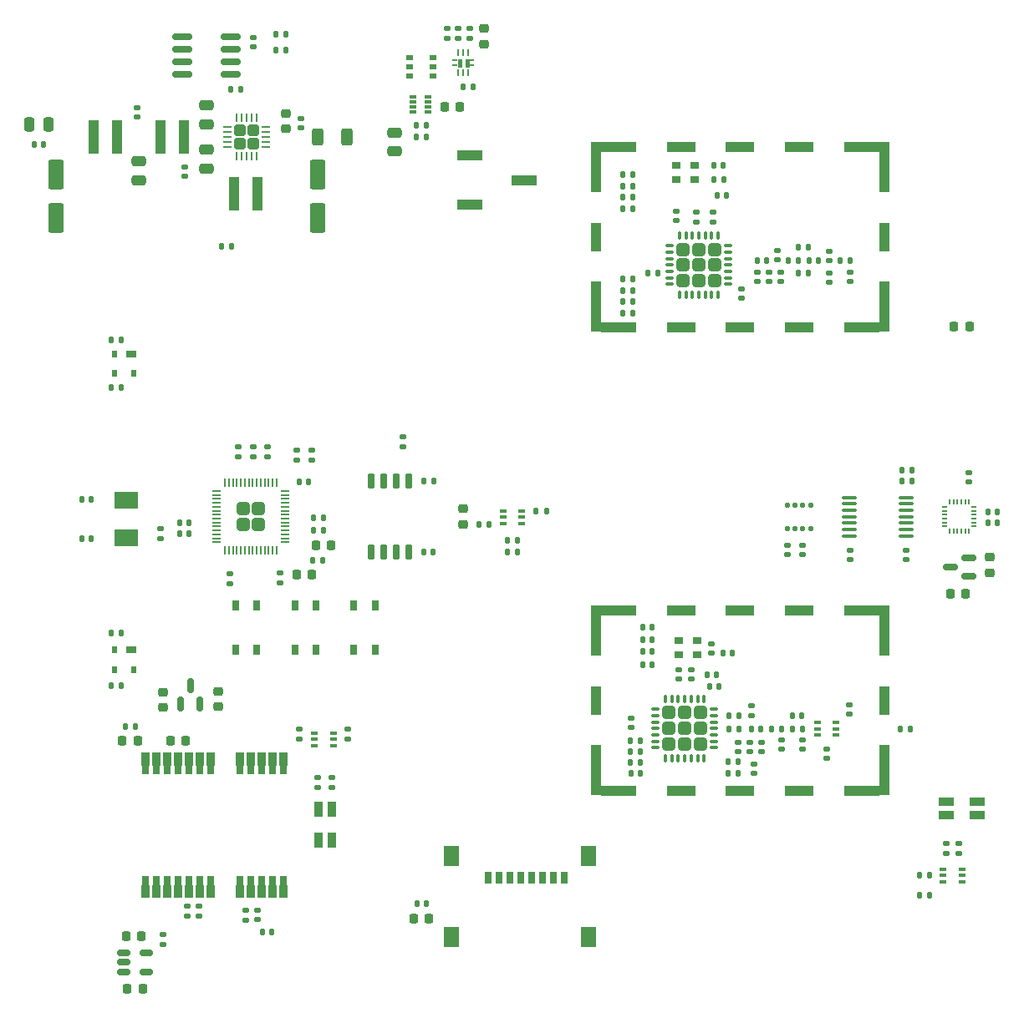
<source format=gtp>
%TF.GenerationSoftware,KiCad,Pcbnew,(6.0.7-1)-1*%
%TF.CreationDate,2023-02-28T10:44:53-05:00*%
%TF.ProjectId,HABBoard,48414242-6f61-4726-942e-6b696361645f,rev?*%
%TF.SameCoordinates,Original*%
%TF.FileFunction,Paste,Top*%
%TF.FilePolarity,Positive*%
%FSLAX46Y46*%
G04 Gerber Fmt 4.6, Leading zero omitted, Abs format (unit mm)*
G04 Created by KiCad (PCBNEW (6.0.7-1)-1) date 2023-02-28 10:44:53*
%MOMM*%
%LPD*%
G01*
G04 APERTURE LIST*
G04 Aperture macros list*
%AMRoundRect*
0 Rectangle with rounded corners*
0 $1 Rounding radius*
0 $2 $3 $4 $5 $6 $7 $8 $9 X,Y pos of 4 corners*
0 Add a 4 corners polygon primitive as box body*
4,1,4,$2,$3,$4,$5,$6,$7,$8,$9,$2,$3,0*
0 Add four circle primitives for the rounded corners*
1,1,$1+$1,$2,$3*
1,1,$1+$1,$4,$5*
1,1,$1+$1,$6,$7*
1,1,$1+$1,$8,$9*
0 Add four rect primitives between the rounded corners*
20,1,$1+$1,$2,$3,$4,$5,0*
20,1,$1+$1,$4,$5,$6,$7,0*
20,1,$1+$1,$6,$7,$8,$9,0*
20,1,$1+$1,$8,$9,$2,$3,0*%
G04 Aperture macros list end*
%ADD10C,0.010000*%
%ADD11C,0.100000*%
%ADD12R,0.700000X1.000000*%
%ADD13RoundRect,0.140000X-0.140000X-0.170000X0.140000X-0.170000X0.140000X0.170000X-0.140000X0.170000X0*%
%ADD14RoundRect,0.140000X0.170000X-0.140000X0.170000X0.140000X-0.170000X0.140000X-0.170000X-0.140000X0*%
%ADD15RoundRect,0.140000X-0.170000X0.140000X-0.170000X-0.140000X0.170000X-0.140000X0.170000X0.140000X0*%
%ADD16RoundRect,0.135000X0.185000X-0.135000X0.185000X0.135000X-0.185000X0.135000X-0.185000X-0.135000X0*%
%ADD17RoundRect,0.135000X0.135000X0.185000X-0.135000X0.185000X-0.135000X-0.185000X0.135000X-0.185000X0*%
%ADD18RoundRect,0.075000X-0.312500X0.075000X-0.312500X-0.075000X0.312500X-0.075000X0.312500X0.075000X0*%
%ADD19RoundRect,0.075000X-0.075000X0.312500X-0.075000X-0.312500X0.075000X-0.312500X0.075000X0.312500X0*%
%ADD20RoundRect,0.249999X-0.395001X0.395001X-0.395001X-0.395001X0.395001X-0.395001X0.395001X0.395001X0*%
%ADD21R,1.000000X0.700000*%
%ADD22R,0.600000X0.700000*%
%ADD23R,0.980000X3.400000*%
%ADD24RoundRect,0.147500X-0.147500X-0.172500X0.147500X-0.172500X0.147500X0.172500X-0.147500X0.172500X0*%
%ADD25RoundRect,0.135000X-0.135000X-0.185000X0.135000X-0.185000X0.135000X0.185000X-0.135000X0.185000X0*%
%ADD26RoundRect,0.050000X-0.387500X0.050000X-0.387500X-0.050000X0.387500X-0.050000X0.387500X0.050000X0*%
%ADD27RoundRect,0.050000X-0.050000X0.387500X-0.050000X-0.387500X0.050000X-0.387500X0.050000X0.387500X0*%
%ADD28RoundRect,0.012800X-0.317200X-0.147200X0.317200X-0.147200X0.317200X0.147200X-0.317200X0.147200X0*%
%ADD29RoundRect,0.225000X0.250000X-0.225000X0.250000X0.225000X-0.250000X0.225000X-0.250000X-0.225000X0*%
%ADD30R,0.900000X1.500000*%
%ADD31RoundRect,0.135000X-0.185000X0.135000X-0.185000X-0.135000X0.185000X-0.135000X0.185000X0.135000X0*%
%ADD32RoundRect,0.140000X0.140000X0.170000X-0.140000X0.170000X-0.140000X-0.170000X0.140000X-0.170000X0*%
%ADD33R,0.650000X0.400000*%
%ADD34RoundRect,0.250000X0.475000X-0.250000X0.475000X0.250000X-0.475000X0.250000X-0.475000X-0.250000X0*%
%ADD35RoundRect,0.100000X0.637500X0.100000X-0.637500X0.100000X-0.637500X-0.100000X0.637500X-0.100000X0*%
%ADD36RoundRect,0.250000X-0.475000X0.250000X-0.475000X-0.250000X0.475000X-0.250000X0.475000X0.250000X0*%
%ADD37R,2.400000X1.800000*%
%ADD38RoundRect,0.250000X-0.312500X-0.625000X0.312500X-0.625000X0.312500X0.625000X-0.312500X0.625000X0*%
%ADD39RoundRect,0.062500X0.337500X-0.062500X0.337500X0.062500X-0.337500X0.062500X-0.337500X-0.062500X0*%
%ADD40RoundRect,0.062500X0.062500X-0.337500X0.062500X0.337500X-0.062500X0.337500X-0.062500X-0.337500X0*%
%ADD41RoundRect,0.250000X0.335000X-0.335000X0.335000X0.335000X-0.335000X0.335000X-0.335000X-0.335000X0*%
%ADD42RoundRect,0.225000X-0.225000X-0.250000X0.225000X-0.250000X0.225000X0.250000X-0.225000X0.250000X0*%
%ADD43RoundRect,0.150000X-0.512500X-0.150000X0.512500X-0.150000X0.512500X0.150000X-0.512500X0.150000X0*%
%ADD44R,1.500000X0.900000*%
%ADD45RoundRect,0.225000X0.225000X0.250000X-0.225000X0.250000X-0.225000X-0.250000X0.225000X-0.250000X0*%
%ADD46RoundRect,0.050000X0.050000X-0.225000X0.050000X0.225000X-0.050000X0.225000X-0.050000X-0.225000X0*%
%ADD47RoundRect,0.050000X0.225000X0.050000X-0.225000X0.050000X-0.225000X-0.050000X0.225000X-0.050000X0*%
%ADD48RoundRect,0.225000X-0.250000X0.225000X-0.250000X-0.225000X0.250000X-0.225000X0.250000X0.225000X0*%
%ADD49RoundRect,0.150000X0.587500X0.150000X-0.587500X0.150000X-0.587500X-0.150000X0.587500X-0.150000X0*%
%ADD50RoundRect,0.218750X0.256250X-0.218750X0.256250X0.218750X-0.256250X0.218750X-0.256250X-0.218750X0*%
%ADD51RoundRect,0.125000X-0.125000X-0.137500X0.125000X-0.137500X0.125000X0.137500X-0.125000X0.137500X0*%
%ADD52R,2.500000X1.000000*%
%ADD53R,0.558800X0.254000*%
%ADD54R,0.254000X0.711200*%
%ADD55R,0.800000X1.200000*%
%ADD56R,1.500000X2.000000*%
%ADD57RoundRect,0.250000X-0.550000X1.250000X-0.550000X-1.250000X0.550000X-1.250000X0.550000X1.250000X0*%
%ADD58R,0.700000X0.510000*%
%ADD59R,0.900000X0.800000*%
%ADD60R,0.990000X5.140000*%
%ADD61R,0.990000X3.000000*%
%ADD62R,3.590000X0.990000*%
%ADD63R,3.000000X0.990000*%
%ADD64R,2.990000X0.990000*%
%ADD65RoundRect,0.150000X0.150000X-0.587500X0.150000X0.587500X-0.150000X0.587500X-0.150000X-0.587500X0*%
%ADD66RoundRect,0.250000X0.250000X0.475000X-0.250000X0.475000X-0.250000X-0.475000X0.250000X-0.475000X0*%
%ADD67RoundRect,0.218750X-0.218750X-0.256250X0.218750X-0.256250X0.218750X0.256250X-0.218750X0.256250X0*%
%ADD68RoundRect,0.150000X-0.825000X-0.150000X0.825000X-0.150000X0.825000X0.150000X-0.825000X0.150000X0*%
%ADD69RoundRect,0.150000X-0.150000X0.650000X-0.150000X-0.650000X0.150000X-0.650000X0.150000X0.650000X0*%
G04 APERTURE END LIST*
%TO.C,U3*%
G36*
X45050000Y-100650000D02*
G01*
X44950000Y-100650000D01*
X44950000Y-101550000D01*
X44350000Y-101550000D01*
X44350000Y-100650000D01*
X44250000Y-100650000D01*
X44250000Y-99450000D01*
X45050000Y-99450000D01*
X45050000Y-100650000D01*
G37*
D10*
X45050000Y-100650000D02*
X44950000Y-100650000D01*
X44950000Y-101550000D01*
X44350000Y-101550000D01*
X44350000Y-100650000D01*
X44250000Y-100650000D01*
X44250000Y-99450000D01*
X45050000Y-99450000D01*
X45050000Y-100650000D01*
G36*
X40550000Y-112850000D02*
G01*
X40650000Y-112850000D01*
X40650000Y-114050000D01*
X39850000Y-114050000D01*
X39850000Y-112850000D01*
X39950000Y-112850000D01*
X39950000Y-111950000D01*
X40550000Y-111950000D01*
X40550000Y-112850000D01*
G37*
X40550000Y-112850000D02*
X40650000Y-112850000D01*
X40650000Y-114050000D01*
X39850000Y-114050000D01*
X39850000Y-112850000D01*
X39950000Y-112850000D01*
X39950000Y-111950000D01*
X40550000Y-111950000D01*
X40550000Y-112850000D01*
G36*
X50250000Y-100650000D02*
G01*
X50150000Y-100650000D01*
X50150000Y-101550000D01*
X49550000Y-101550000D01*
X49550000Y-100650000D01*
X49450000Y-100650000D01*
X49450000Y-99450000D01*
X50250000Y-99450000D01*
X50250000Y-100650000D01*
G37*
X50250000Y-100650000D02*
X50150000Y-100650000D01*
X50150000Y-101550000D01*
X49550000Y-101550000D01*
X49550000Y-100650000D01*
X49450000Y-100650000D01*
X49450000Y-99450000D01*
X50250000Y-99450000D01*
X50250000Y-100650000D01*
G36*
X50150000Y-112850000D02*
G01*
X50250000Y-112850000D01*
X50250000Y-114050000D01*
X49450000Y-114050000D01*
X49450000Y-112850000D01*
X49550000Y-112850000D01*
X49550000Y-111950000D01*
X50150000Y-111950000D01*
X50150000Y-112850000D01*
G37*
X50150000Y-112850000D02*
X50250000Y-112850000D01*
X50250000Y-114050000D01*
X49450000Y-114050000D01*
X49450000Y-112850000D01*
X49550000Y-112850000D01*
X49550000Y-111950000D01*
X50150000Y-111950000D01*
X50150000Y-112850000D01*
G36*
X47250000Y-100650000D02*
G01*
X47150000Y-100650000D01*
X47150000Y-101550000D01*
X46550000Y-101550000D01*
X46550000Y-100650000D01*
X46450000Y-100650000D01*
X46450000Y-99450000D01*
X47250000Y-99450000D01*
X47250000Y-100650000D01*
G37*
X47250000Y-100650000D02*
X47150000Y-100650000D01*
X47150000Y-101550000D01*
X46550000Y-101550000D01*
X46550000Y-100650000D01*
X46450000Y-100650000D01*
X46450000Y-99450000D01*
X47250000Y-99450000D01*
X47250000Y-100650000D01*
G36*
X41750000Y-100650000D02*
G01*
X41650000Y-100650000D01*
X41650000Y-101550000D01*
X41050000Y-101550000D01*
X41050000Y-100650000D01*
X40950000Y-100650000D01*
X40950000Y-99450000D01*
X41750000Y-99450000D01*
X41750000Y-100650000D01*
G37*
X41750000Y-100650000D02*
X41650000Y-100650000D01*
X41650000Y-101550000D01*
X41050000Y-101550000D01*
X41050000Y-100650000D01*
X40950000Y-100650000D01*
X40950000Y-99450000D01*
X41750000Y-99450000D01*
X41750000Y-100650000D01*
G36*
X43850000Y-112850000D02*
G01*
X43950000Y-112850000D01*
X43950000Y-114050000D01*
X43150000Y-114050000D01*
X43150000Y-112850000D01*
X43250000Y-112850000D01*
X43250000Y-111950000D01*
X43850000Y-111950000D01*
X43850000Y-112850000D01*
G37*
X43850000Y-112850000D02*
X43950000Y-112850000D01*
X43950000Y-114050000D01*
X43150000Y-114050000D01*
X43150000Y-112850000D01*
X43250000Y-112850000D01*
X43250000Y-111950000D01*
X43850000Y-111950000D01*
X43850000Y-112850000D01*
G36*
X51350000Y-100650000D02*
G01*
X51250000Y-100650000D01*
X51250000Y-101550000D01*
X50650000Y-101550000D01*
X50650000Y-100650000D01*
X50550000Y-100650000D01*
X50550000Y-99450000D01*
X51350000Y-99450000D01*
X51350000Y-100650000D01*
G37*
X51350000Y-100650000D02*
X51250000Y-100650000D01*
X51250000Y-101550000D01*
X50650000Y-101550000D01*
X50650000Y-100650000D01*
X50550000Y-100650000D01*
X50550000Y-99450000D01*
X51350000Y-99450000D01*
X51350000Y-100650000D01*
G36*
X43950000Y-100650000D02*
G01*
X43850000Y-100650000D01*
X43850000Y-101550000D01*
X43250000Y-101550000D01*
X43250000Y-100650000D01*
X43150000Y-100650000D01*
X43150000Y-99450000D01*
X43950000Y-99450000D01*
X43950000Y-100650000D01*
G37*
X43950000Y-100650000D02*
X43850000Y-100650000D01*
X43850000Y-101550000D01*
X43250000Y-101550000D01*
X43250000Y-100650000D01*
X43150000Y-100650000D01*
X43150000Y-99450000D01*
X43950000Y-99450000D01*
X43950000Y-100650000D01*
G36*
X53550000Y-100650000D02*
G01*
X53450000Y-100650000D01*
X53450000Y-101550000D01*
X52850000Y-101550000D01*
X52850000Y-100650000D01*
X52750000Y-100650000D01*
X52750000Y-99450000D01*
X53550000Y-99450000D01*
X53550000Y-100650000D01*
G37*
X53550000Y-100650000D02*
X53450000Y-100650000D01*
X53450000Y-101550000D01*
X52850000Y-101550000D01*
X52850000Y-100650000D01*
X52750000Y-100650000D01*
X52750000Y-99450000D01*
X53550000Y-99450000D01*
X53550000Y-100650000D01*
G36*
X42850000Y-100650000D02*
G01*
X42750000Y-100650000D01*
X42750000Y-101550000D01*
X42150000Y-101550000D01*
X42150000Y-100650000D01*
X42050000Y-100650000D01*
X42050000Y-99450000D01*
X42850000Y-99450000D01*
X42850000Y-100650000D01*
G37*
X42850000Y-100650000D02*
X42750000Y-100650000D01*
X42750000Y-101550000D01*
X42150000Y-101550000D01*
X42150000Y-100650000D01*
X42050000Y-100650000D01*
X42050000Y-99450000D01*
X42850000Y-99450000D01*
X42850000Y-100650000D01*
G36*
X47150000Y-112850000D02*
G01*
X47250000Y-112850000D01*
X47250000Y-114050000D01*
X46450000Y-114050000D01*
X46450000Y-112850000D01*
X46550000Y-112850000D01*
X46550000Y-111950000D01*
X47150000Y-111950000D01*
X47150000Y-112850000D01*
G37*
X47150000Y-112850000D02*
X47250000Y-112850000D01*
X47250000Y-114050000D01*
X46450000Y-114050000D01*
X46450000Y-112850000D01*
X46550000Y-112850000D01*
X46550000Y-111950000D01*
X47150000Y-111950000D01*
X47150000Y-112850000D01*
G36*
X52450000Y-100650000D02*
G01*
X52350000Y-100650000D01*
X52350000Y-101550000D01*
X51750000Y-101550000D01*
X51750000Y-100650000D01*
X51650000Y-100650000D01*
X51650000Y-99450000D01*
X52450000Y-99450000D01*
X52450000Y-100650000D01*
G37*
X52450000Y-100650000D02*
X52350000Y-100650000D01*
X52350000Y-101550000D01*
X51750000Y-101550000D01*
X51750000Y-100650000D01*
X51650000Y-100650000D01*
X51650000Y-99450000D01*
X52450000Y-99450000D01*
X52450000Y-100650000D01*
G36*
X42750000Y-112850000D02*
G01*
X42850000Y-112850000D01*
X42850000Y-114050000D01*
X42050000Y-114050000D01*
X42050000Y-112850000D01*
X42150000Y-112850000D01*
X42150000Y-111950000D01*
X42750000Y-111950000D01*
X42750000Y-112850000D01*
G37*
X42750000Y-112850000D02*
X42850000Y-112850000D01*
X42850000Y-114050000D01*
X42050000Y-114050000D01*
X42050000Y-112850000D01*
X42150000Y-112850000D01*
X42150000Y-111950000D01*
X42750000Y-111950000D01*
X42750000Y-112850000D01*
G36*
X53450000Y-112850000D02*
G01*
X53550000Y-112850000D01*
X53550000Y-114050000D01*
X52750000Y-114050000D01*
X52750000Y-112850000D01*
X52850000Y-112850000D01*
X52850000Y-111950000D01*
X53450000Y-111950000D01*
X53450000Y-112850000D01*
G37*
X53450000Y-112850000D02*
X53550000Y-112850000D01*
X53550000Y-114050000D01*
X52750000Y-114050000D01*
X52750000Y-112850000D01*
X52850000Y-112850000D01*
X52850000Y-111950000D01*
X53450000Y-111950000D01*
X53450000Y-112850000D01*
G36*
X52350000Y-112850000D02*
G01*
X52450000Y-112850000D01*
X52450000Y-114050000D01*
X51650000Y-114050000D01*
X51650000Y-112850000D01*
X51750000Y-112850000D01*
X51750000Y-111950000D01*
X52350000Y-111950000D01*
X52350000Y-112850000D01*
G37*
X52350000Y-112850000D02*
X52450000Y-112850000D01*
X52450000Y-114050000D01*
X51650000Y-114050000D01*
X51650000Y-112850000D01*
X51750000Y-112850000D01*
X51750000Y-111950000D01*
X52350000Y-111950000D01*
X52350000Y-112850000D01*
G36*
X46150000Y-100650000D02*
G01*
X46050000Y-100650000D01*
X46050000Y-101550000D01*
X45450000Y-101550000D01*
X45450000Y-100650000D01*
X45350000Y-100650000D01*
X45350000Y-99450000D01*
X46150000Y-99450000D01*
X46150000Y-100650000D01*
G37*
X46150000Y-100650000D02*
X46050000Y-100650000D01*
X46050000Y-101550000D01*
X45450000Y-101550000D01*
X45450000Y-100650000D01*
X45350000Y-100650000D01*
X45350000Y-99450000D01*
X46150000Y-99450000D01*
X46150000Y-100650000D01*
G36*
X40650000Y-100650000D02*
G01*
X40550000Y-100650000D01*
X40550000Y-101550000D01*
X39950000Y-101550000D01*
X39950000Y-100650000D01*
X39850000Y-100650000D01*
X39850000Y-99450000D01*
X40650000Y-99450000D01*
X40650000Y-100650000D01*
G37*
X40650000Y-100650000D02*
X40550000Y-100650000D01*
X40550000Y-101550000D01*
X39950000Y-101550000D01*
X39950000Y-100650000D01*
X39850000Y-100650000D01*
X39850000Y-99450000D01*
X40650000Y-99450000D01*
X40650000Y-100650000D01*
G36*
X46050000Y-112850000D02*
G01*
X46150000Y-112850000D01*
X46150000Y-114050000D01*
X45350000Y-114050000D01*
X45350000Y-112850000D01*
X45450000Y-112850000D01*
X45450000Y-111950000D01*
X46050000Y-111950000D01*
X46050000Y-112850000D01*
G37*
X46050000Y-112850000D02*
X46150000Y-112850000D01*
X46150000Y-114050000D01*
X45350000Y-114050000D01*
X45350000Y-112850000D01*
X45450000Y-112850000D01*
X45450000Y-111950000D01*
X46050000Y-111950000D01*
X46050000Y-112850000D01*
G36*
X54550000Y-112850000D02*
G01*
X54650000Y-112850000D01*
X54650000Y-114050000D01*
X53850000Y-114050000D01*
X53850000Y-112850000D01*
X53950000Y-112850000D01*
X53950000Y-111950000D01*
X54550000Y-111950000D01*
X54550000Y-112850000D01*
G37*
X54550000Y-112850000D02*
X54650000Y-112850000D01*
X54650000Y-114050000D01*
X53850000Y-114050000D01*
X53850000Y-112850000D01*
X53950000Y-112850000D01*
X53950000Y-111950000D01*
X54550000Y-111950000D01*
X54550000Y-112850000D01*
G36*
X51250000Y-112850000D02*
G01*
X51350000Y-112850000D01*
X51350000Y-114050000D01*
X50550000Y-114050000D01*
X50550000Y-112850000D01*
X50650000Y-112850000D01*
X50650000Y-111950000D01*
X51250000Y-111950000D01*
X51250000Y-112850000D01*
G37*
X51250000Y-112850000D02*
X51350000Y-112850000D01*
X51350000Y-114050000D01*
X50550000Y-114050000D01*
X50550000Y-112850000D01*
X50650000Y-112850000D01*
X50650000Y-111950000D01*
X51250000Y-111950000D01*
X51250000Y-112850000D01*
G36*
X44950000Y-112850000D02*
G01*
X45050000Y-112850000D01*
X45050000Y-114050000D01*
X44250000Y-114050000D01*
X44250000Y-112850000D01*
X44350000Y-112850000D01*
X44350000Y-111950000D01*
X44950000Y-111950000D01*
X44950000Y-112850000D01*
G37*
X44950000Y-112850000D02*
X45050000Y-112850000D01*
X45050000Y-114050000D01*
X44250000Y-114050000D01*
X44250000Y-112850000D01*
X44350000Y-112850000D01*
X44350000Y-111950000D01*
X44950000Y-111950000D01*
X44950000Y-112850000D01*
G36*
X41650000Y-112850000D02*
G01*
X41750000Y-112850000D01*
X41750000Y-114050000D01*
X40950000Y-114050000D01*
X40950000Y-112850000D01*
X41050000Y-112850000D01*
X41050000Y-111950000D01*
X41650000Y-111950000D01*
X41650000Y-112850000D01*
G37*
X41650000Y-112850000D02*
X41750000Y-112850000D01*
X41750000Y-114050000D01*
X40950000Y-114050000D01*
X40950000Y-112850000D01*
X41050000Y-112850000D01*
X41050000Y-111950000D01*
X41650000Y-111950000D01*
X41650000Y-112850000D01*
G36*
X54650000Y-100650000D02*
G01*
X54550000Y-100650000D01*
X54550000Y-101550000D01*
X53950000Y-101550000D01*
X53950000Y-100650000D01*
X53850000Y-100650000D01*
X53850000Y-99450000D01*
X54650000Y-99450000D01*
X54650000Y-100650000D01*
G37*
X54650000Y-100650000D02*
X54550000Y-100650000D01*
X54550000Y-101550000D01*
X53950000Y-101550000D01*
X53950000Y-100650000D01*
X53850000Y-100650000D01*
X53850000Y-99450000D01*
X54650000Y-99450000D01*
X54650000Y-100650000D01*
%TO.C,U12*%
G36*
X72299600Y-29877063D02*
G01*
X71958400Y-29877063D01*
X71958400Y-29122937D01*
X72299600Y-29122937D01*
X72299600Y-29877063D01*
G37*
D11*
X72299600Y-29877063D02*
X71958400Y-29877063D01*
X71958400Y-29122937D01*
X72299600Y-29122937D01*
X72299600Y-29877063D01*
G36*
X73041600Y-29877063D02*
G01*
X72700400Y-29877063D01*
X72700400Y-29122937D01*
X73041600Y-29122937D01*
X73041600Y-29877063D01*
G37*
X73041600Y-29877063D02*
X72700400Y-29877063D01*
X72700400Y-29122937D01*
X73041600Y-29122937D01*
X73041600Y-29877063D01*
%TD*%
D12*
%TO.C,SW1*%
X49425000Y-89000000D03*
X49425000Y-84500000D03*
X51575000Y-89000000D03*
X51575000Y-84500000D03*
%TD*%
%TO.C,SW2*%
X55425000Y-89000000D03*
X55425000Y-84500000D03*
X57575000Y-89000000D03*
X57575000Y-84500000D03*
%TD*%
D13*
%TO.C,C37*%
X97895000Y-39850000D03*
X98855000Y-39850000D03*
%TD*%
%TO.C,C77*%
X105455000Y-49500000D03*
X106415000Y-49500000D03*
%TD*%
%TO.C,C25*%
X98195000Y-42925000D03*
X99155000Y-42925000D03*
%TD*%
D14*
%TO.C,C28*%
X96115000Y-45630000D03*
X96115000Y-44670000D03*
%TD*%
%TO.C,C19*%
X89515000Y-96895000D03*
X89515000Y-95935000D03*
%TD*%
D15*
%TO.C,C83*%
X109585000Y-48570000D03*
X109585000Y-49530000D03*
%TD*%
D16*
%TO.C,R10*%
X51250000Y-69435000D03*
X51250000Y-68415000D03*
%TD*%
D17*
%TO.C,R26*%
X80910000Y-74925000D03*
X79890000Y-74925000D03*
%TD*%
D13*
%TO.C,C63*%
X33890000Y-77750000D03*
X34850000Y-77750000D03*
%TD*%
D18*
%TO.C,U10*%
X97922500Y-95035000D03*
X97922500Y-95685000D03*
X97922500Y-96335000D03*
X97922500Y-96985000D03*
X97922500Y-97635000D03*
X97922500Y-98285000D03*
X97922500Y-98935000D03*
D19*
X96885000Y-99972500D03*
X96235000Y-99972500D03*
X95585000Y-99972500D03*
X94935000Y-99972500D03*
X94285000Y-99972500D03*
X93635000Y-99972500D03*
X92985000Y-99972500D03*
D18*
X91947500Y-98935000D03*
X91947500Y-98285000D03*
X91947500Y-97635000D03*
X91947500Y-96985000D03*
X91947500Y-96335000D03*
X91947500Y-95685000D03*
X91947500Y-95035000D03*
D19*
X92985000Y-93997500D03*
X93635000Y-93997500D03*
X94285000Y-93997500D03*
X94935000Y-93997500D03*
X95585000Y-93997500D03*
X96235000Y-93997500D03*
X96885000Y-93997500D03*
D20*
X94935000Y-96985000D03*
X94935000Y-98585000D03*
X93335000Y-96985000D03*
X96535000Y-95385000D03*
X93335000Y-95385000D03*
X96535000Y-96985000D03*
X94935000Y-95385000D03*
X96535000Y-98585000D03*
X93335000Y-98585000D03*
%TD*%
D21*
%TO.C,D1*%
X38900000Y-59000000D03*
D22*
X37200000Y-59000000D03*
X37200000Y-61000000D03*
X39100000Y-61000000D03*
%TD*%
D14*
%TO.C,C29*%
X97815000Y-45630000D03*
X97815000Y-44670000D03*
%TD*%
D17*
%TO.C,R31*%
X54560000Y-28200000D03*
X53540000Y-28200000D03*
%TD*%
%TO.C,R23*%
X78010000Y-77900000D03*
X76990000Y-77900000D03*
%TD*%
D23*
%TO.C,L3*%
X37435000Y-37000000D03*
X35065000Y-37000000D03*
%TD*%
D14*
%TO.C,C30*%
X56050000Y-36080000D03*
X56050000Y-35120000D03*
%TD*%
D24*
%TO.C,FB11*%
X88665000Y-51400000D03*
X89635000Y-51400000D03*
%TD*%
D25*
%TO.C,R11*%
X116940000Y-71900000D03*
X117960000Y-71900000D03*
%TD*%
D24*
%TO.C,L9*%
X99450000Y-97035000D03*
X100420000Y-97035000D03*
%TD*%
%TO.C,FB15*%
X88680000Y-40825000D03*
X89650000Y-40825000D03*
%TD*%
D13*
%TO.C,C15*%
X125620000Y-75025000D03*
X126580000Y-75025000D03*
%TD*%
D26*
%TO.C,U5*%
X54417500Y-72900000D03*
X54417500Y-73300000D03*
X54417500Y-73700000D03*
X54417500Y-74100000D03*
X54417500Y-74500000D03*
X54417500Y-74900000D03*
X54417500Y-75300000D03*
X54417500Y-75700000D03*
X54417500Y-76100000D03*
X54417500Y-76500000D03*
X54417500Y-76900000D03*
X54417500Y-77300000D03*
X54417500Y-77700000D03*
X54417500Y-78100000D03*
D27*
X53580000Y-78937500D03*
X53180000Y-78937500D03*
X52780000Y-78937500D03*
X52380000Y-78937500D03*
X51980000Y-78937500D03*
X51580000Y-78937500D03*
X51180000Y-78937500D03*
X50780000Y-78937500D03*
X50380000Y-78937500D03*
X49980000Y-78937500D03*
X49580000Y-78937500D03*
X49180000Y-78937500D03*
X48780000Y-78937500D03*
X48380000Y-78937500D03*
D26*
X47542500Y-78100000D03*
X47542500Y-77700000D03*
X47542500Y-77300000D03*
X47542500Y-76900000D03*
X47542500Y-76500000D03*
X47542500Y-76100000D03*
X47542500Y-75700000D03*
X47542500Y-75300000D03*
X47542500Y-74900000D03*
X47542500Y-74500000D03*
X47542500Y-74100000D03*
X47542500Y-73700000D03*
X47542500Y-73300000D03*
X47542500Y-72900000D03*
D27*
X48380000Y-72062500D03*
X48780000Y-72062500D03*
X49180000Y-72062500D03*
X49580000Y-72062500D03*
X49980000Y-72062500D03*
X50380000Y-72062500D03*
X50780000Y-72062500D03*
X51180000Y-72062500D03*
X51580000Y-72062500D03*
X51980000Y-72062500D03*
X52380000Y-72062500D03*
X52780000Y-72062500D03*
X53180000Y-72062500D03*
X53580000Y-72062500D03*
D20*
X50180000Y-74700000D03*
X51780000Y-76300000D03*
X51780000Y-74700000D03*
X50180000Y-76300000D03*
%TD*%
D28*
%TO.C,U15*%
X67445000Y-32950000D03*
X67445000Y-33450000D03*
X67445000Y-33950000D03*
X67445000Y-34450000D03*
X68915000Y-34450000D03*
X68915000Y-33950000D03*
X68915000Y-33450000D03*
X68915000Y-32950000D03*
%TD*%
D14*
%TO.C,C78*%
X101985000Y-101515000D03*
X101985000Y-100555000D03*
%TD*%
D15*
%TO.C,C75*%
X100335000Y-98355000D03*
X100335000Y-99315000D03*
%TD*%
D29*
%TO.C,C54*%
X74575000Y-27575000D03*
X74575000Y-26025000D03*
%TD*%
D13*
%TO.C,C9*%
X68470000Y-79100000D03*
X69430000Y-79100000D03*
%TD*%
D17*
%TO.C,R1*%
X37885000Y-92600000D03*
X36865000Y-92600000D03*
%TD*%
D14*
%TO.C,C6*%
X49670000Y-69420000D03*
X49670000Y-68460000D03*
%TD*%
D30*
%TO.C,D3*%
X59200000Y-108300000D03*
X57800000Y-108300000D03*
X59200000Y-105200000D03*
X57800000Y-105200000D03*
%TD*%
D16*
%TO.C,R16*%
X60800000Y-98085000D03*
X60800000Y-97065000D03*
%TD*%
D24*
%TO.C,FB7*%
X90690000Y-86695000D03*
X91660000Y-86695000D03*
%TD*%
D15*
%TO.C,C82*%
X104735000Y-98135000D03*
X104735000Y-99095000D03*
%TD*%
D13*
%TO.C,C62*%
X33890000Y-73750000D03*
X34850000Y-73750000D03*
%TD*%
D31*
%TO.C,R35*%
X73125000Y-26015000D03*
X73125000Y-27035000D03*
%TD*%
D32*
%TO.C,C33*%
X29980000Y-37750000D03*
X29020000Y-37750000D03*
%TD*%
D33*
%TO.C,Q2*%
X123025000Y-112525000D03*
X123025000Y-111875000D03*
X123025000Y-111225000D03*
X121125000Y-111225000D03*
X121125000Y-111875000D03*
X121125000Y-112525000D03*
%TD*%
D34*
%TO.C,C57*%
X46500000Y-35700000D03*
X46500000Y-33800000D03*
%TD*%
D24*
%TO.C,FB17*%
X88665000Y-43125000D03*
X89635000Y-43125000D03*
%TD*%
D35*
%TO.C,U7*%
X111637500Y-77450000D03*
X111637500Y-76800000D03*
X111637500Y-76150000D03*
X111637500Y-75500000D03*
X111637500Y-74850000D03*
X111637500Y-74200000D03*
X111637500Y-73550000D03*
X117362500Y-73550000D03*
X117362500Y-74200000D03*
X117362500Y-74850000D03*
X117362500Y-75500000D03*
X117362500Y-76150000D03*
X117362500Y-76800000D03*
X117362500Y-77450000D03*
%TD*%
D16*
%TO.C,R27*%
X42050000Y-118910000D03*
X42050000Y-117890000D03*
%TD*%
D25*
%TO.C,R4*%
X36865000Y-57575000D03*
X37885000Y-57575000D03*
%TD*%
D14*
%TO.C,C64*%
X104350000Y-49480000D03*
X104350000Y-48520000D03*
%TD*%
D36*
%TO.C,C58*%
X39625000Y-39475000D03*
X39625000Y-41375000D03*
%TD*%
D24*
%TO.C,FB16*%
X88680000Y-41975000D03*
X89650000Y-41975000D03*
%TD*%
D13*
%TO.C,C12*%
X57370000Y-76900000D03*
X58330000Y-76900000D03*
%TD*%
D16*
%TO.C,R29*%
X50450000Y-116410000D03*
X50450000Y-115390000D03*
%TD*%
D37*
%TO.C,Y3*%
X38350000Y-77650000D03*
X38350000Y-73850000D03*
%TD*%
D13*
%TO.C,C74*%
X116801250Y-97050000D03*
X117761250Y-97050000D03*
%TD*%
D14*
%TO.C,C23*%
X111635000Y-95515000D03*
X111635000Y-94555000D03*
%TD*%
D38*
%TO.C,R37*%
X57787500Y-37000000D03*
X60712500Y-37000000D03*
%TD*%
D39*
%TO.C,U14*%
X48625000Y-38000000D03*
X48625000Y-37500000D03*
X48625000Y-37000000D03*
X48625000Y-36500000D03*
X48625000Y-36000000D03*
D40*
X49575000Y-35050000D03*
X50075000Y-35050000D03*
X50575000Y-35050000D03*
X51075000Y-35050000D03*
X51575000Y-35050000D03*
D39*
X52525000Y-36000000D03*
X52525000Y-36500000D03*
X52525000Y-37000000D03*
X52525000Y-37500000D03*
X52525000Y-38000000D03*
D40*
X51575000Y-38950000D03*
X51075000Y-38950000D03*
X50575000Y-38950000D03*
X50075000Y-38950000D03*
X49575000Y-38950000D03*
D41*
X51250000Y-37675000D03*
X51250000Y-36325000D03*
X49900000Y-36325000D03*
X49900000Y-37675000D03*
%TD*%
D31*
%TO.C,R13*%
X66425000Y-67440000D03*
X66425000Y-68460000D03*
%TD*%
D42*
%TO.C,C53*%
X70625000Y-33950000D03*
X72175000Y-33950000D03*
%TD*%
D24*
%TO.C,FB12*%
X88665000Y-52550000D03*
X89635000Y-52550000D03*
%TD*%
D43*
%TO.C,U1*%
X38112500Y-119750000D03*
X38112500Y-120700000D03*
X38112500Y-121650000D03*
X40387500Y-121650000D03*
X40387500Y-119750000D03*
%TD*%
D24*
%TO.C,L13*%
X105850000Y-97015000D03*
X106820000Y-97015000D03*
%TD*%
D13*
%TO.C,C34*%
X48970000Y-32200000D03*
X49930000Y-32200000D03*
%TD*%
D32*
%TO.C,C71*%
X107415000Y-48200000D03*
X106455000Y-48200000D03*
%TD*%
D33*
%TO.C,Q3*%
X78450000Y-76225000D03*
X78450000Y-75575000D03*
X78450000Y-74925000D03*
X76550000Y-74925000D03*
X76550000Y-75575000D03*
X76550000Y-76225000D03*
%TD*%
D17*
%TO.C,R25*%
X75110000Y-76300000D03*
X74090000Y-76300000D03*
%TD*%
D24*
%TO.C,FB8*%
X90680000Y-87955000D03*
X91650000Y-87955000D03*
%TD*%
D31*
%TO.C,R33*%
X72000000Y-26015000D03*
X72000000Y-27035000D03*
%TD*%
D24*
%TO.C,L7*%
X107500000Y-49500000D03*
X108470000Y-49500000D03*
%TD*%
D15*
%TO.C,C67*%
X101535000Y-98355000D03*
X101535000Y-99315000D03*
%TD*%
D44*
%TO.C,D4*%
X121450000Y-105800000D03*
X121450000Y-104400000D03*
X124550000Y-105800000D03*
X124550000Y-104400000D03*
%TD*%
D32*
%TO.C,C24*%
X92180000Y-50850000D03*
X91220000Y-50850000D03*
%TD*%
D13*
%TO.C,C11*%
X55870000Y-72000000D03*
X56830000Y-72000000D03*
%TD*%
D45*
%TO.C,C44*%
X40025000Y-123400000D03*
X38475000Y-123400000D03*
%TD*%
D46*
%TO.C,U8*%
X121750000Y-77000000D03*
X122150000Y-77000000D03*
X122550000Y-77000000D03*
X122950000Y-77000000D03*
X123350000Y-77000000D03*
X123750000Y-77000000D03*
D47*
X124250000Y-76500000D03*
X124250000Y-76100000D03*
X124250000Y-75700000D03*
X124250000Y-75300000D03*
X124250000Y-74900000D03*
X124250000Y-74500000D03*
D46*
X123750000Y-74000000D03*
X123350000Y-74000000D03*
X122950000Y-74000000D03*
X122550000Y-74000000D03*
X122150000Y-74000000D03*
X121750000Y-74000000D03*
D47*
X121250000Y-74500000D03*
X121250000Y-74900000D03*
X121250000Y-75300000D03*
X121250000Y-75700000D03*
X121250000Y-76100000D03*
X121250000Y-76500000D03*
%TD*%
D13*
%TO.C,C21*%
X97165000Y-91555000D03*
X98125000Y-91555000D03*
%TD*%
D15*
%TO.C,C36*%
X105300000Y-78420000D03*
X105300000Y-79380000D03*
%TD*%
D24*
%TO.C,FB14*%
X88665000Y-54850000D03*
X89635000Y-54850000D03*
%TD*%
D48*
%TO.C,C51*%
X125800000Y-79625000D03*
X125800000Y-81175000D03*
%TD*%
D25*
%TO.C,R34*%
X72515000Y-31925000D03*
X73535000Y-31925000D03*
%TD*%
D15*
%TO.C,C5*%
X53950000Y-81220000D03*
X53950000Y-82180000D03*
%TD*%
D24*
%TO.C,FB5*%
X89460000Y-100385000D03*
X90430000Y-100385000D03*
%TD*%
%TO.C,L10*%
X102265000Y-49500000D03*
X103235000Y-49500000D03*
%TD*%
D15*
%TO.C,C17*%
X117400000Y-78920000D03*
X117400000Y-79880000D03*
%TD*%
D31*
%TO.C,R8*%
X45750000Y-114990000D03*
X45750000Y-116010000D03*
%TD*%
D24*
%TO.C,FB4*%
X89440000Y-99285000D03*
X90410000Y-99285000D03*
%TD*%
D15*
%TO.C,C38*%
X106900000Y-78420000D03*
X106900000Y-79380000D03*
%TD*%
%TO.C,C65*%
X111685000Y-50720000D03*
X111685000Y-51680000D03*
%TD*%
D16*
%TO.C,R5*%
X57150000Y-69810000D03*
X57150000Y-68790000D03*
%TD*%
D24*
%TO.C,FB13*%
X88665000Y-53700000D03*
X89635000Y-53700000D03*
%TD*%
D13*
%TO.C,C27*%
X97445000Y-92745000D03*
X98405000Y-92745000D03*
%TD*%
D49*
%TO.C,U9*%
X123687500Y-81550000D03*
X123687500Y-79650000D03*
X121812500Y-80600000D03*
%TD*%
D50*
%TO.C,D5*%
X72475000Y-74712500D03*
X72475000Y-76287500D03*
%TD*%
D51*
%TO.C,U6*%
X105300000Y-74312500D03*
X106100000Y-74312500D03*
X106900000Y-74312500D03*
X107700000Y-74312500D03*
X107700000Y-76687500D03*
X106900000Y-76687500D03*
X106100000Y-76687500D03*
X105300000Y-76687500D03*
%TD*%
D15*
%TO.C,C76*%
X103450000Y-50720000D03*
X103450000Y-51680000D03*
%TD*%
D14*
%TO.C,C32*%
X39500000Y-34980000D03*
X39500000Y-34020000D03*
%TD*%
D52*
%TO.C,SW4*%
X73150000Y-38900000D03*
X78650000Y-41400000D03*
X73150000Y-43900000D03*
%TD*%
D53*
%TO.C,U12*%
X73321000Y-29750063D03*
X73321000Y-29249937D03*
D54*
X73000126Y-28499999D03*
X72500000Y-28499999D03*
X71999874Y-28499999D03*
D53*
X71679000Y-29249937D03*
X71679000Y-29750063D03*
D54*
X71999874Y-30500001D03*
X72500000Y-30500001D03*
X73000126Y-30500001D03*
%TD*%
D24*
%TO.C,L5*%
X99450000Y-95685000D03*
X100420000Y-95685000D03*
%TD*%
D17*
%TO.C,R28*%
X68760000Y-37000000D03*
X67740000Y-37000000D03*
%TD*%
D12*
%TO.C,SW3*%
X63575000Y-84500000D03*
X63575000Y-89000000D03*
X61425000Y-84500000D03*
X61425000Y-89000000D03*
%TD*%
D24*
%TO.C,FB10*%
X90670000Y-90495000D03*
X91640000Y-90495000D03*
%TD*%
%TO.C,FB3*%
X89440000Y-98215000D03*
X90410000Y-98215000D03*
%TD*%
D14*
%TO.C,C73*%
X109335000Y-100015000D03*
X109335000Y-99055000D03*
%TD*%
D55*
%TO.C,J3*%
X75025000Y-112125000D03*
X76125000Y-112125000D03*
X77225000Y-112125000D03*
X78325000Y-112125000D03*
X79425000Y-112125000D03*
X80525000Y-112125000D03*
X81625000Y-112125000D03*
X82725000Y-112125000D03*
D56*
X85195000Y-109925000D03*
X85195000Y-118125000D03*
X71305000Y-118125000D03*
X71305000Y-109925000D03*
%TD*%
D17*
%TO.C,R3*%
X37885000Y-62375000D03*
X36865000Y-62375000D03*
%TD*%
D16*
%TO.C,R15*%
X55925000Y-98085000D03*
X55925000Y-97065000D03*
%TD*%
D25*
%TO.C,R30*%
X53540000Y-26600000D03*
X54560000Y-26600000D03*
%TD*%
D24*
%TO.C,FB9*%
X90670000Y-89205000D03*
X91640000Y-89205000D03*
%TD*%
%TO.C,L11*%
X99350000Y-101485000D03*
X100320000Y-101485000D03*
%TD*%
%TO.C,FB6*%
X89480000Y-101485000D03*
X90450000Y-101485000D03*
%TD*%
D15*
%TO.C,C69*%
X102735000Y-98355000D03*
X102735000Y-99315000D03*
%TD*%
D13*
%TO.C,C80*%
X101655000Y-97015000D03*
X102615000Y-97015000D03*
%TD*%
D18*
%TO.C,U11*%
X99352500Y-48050000D03*
X99352500Y-48700000D03*
X99352500Y-49350000D03*
X99352500Y-50000000D03*
X99352500Y-50650000D03*
X99352500Y-51300000D03*
X99352500Y-51950000D03*
D19*
X98315000Y-52987500D03*
X97665000Y-52987500D03*
X97015000Y-52987500D03*
X96365000Y-52987500D03*
X95715000Y-52987500D03*
X95065000Y-52987500D03*
X94415000Y-52987500D03*
D18*
X93377500Y-51950000D03*
X93377500Y-51300000D03*
X93377500Y-50650000D03*
X93377500Y-50000000D03*
X93377500Y-49350000D03*
X93377500Y-48700000D03*
X93377500Y-48050000D03*
D19*
X94415000Y-47012500D03*
X95065000Y-47012500D03*
X95715000Y-47012500D03*
X96365000Y-47012500D03*
X97015000Y-47012500D03*
X97665000Y-47012500D03*
X98315000Y-47012500D03*
D20*
X96365000Y-48400000D03*
X97965000Y-51600000D03*
X94765000Y-48400000D03*
X94765000Y-50000000D03*
X96365000Y-51600000D03*
X97965000Y-48400000D03*
X97965000Y-50000000D03*
X94765000Y-51600000D03*
X96365000Y-50000000D03*
%TD*%
D33*
%TO.C,Q1*%
X59325000Y-98725000D03*
X59325000Y-98075000D03*
X59325000Y-97425000D03*
X57425000Y-97425000D03*
X57425000Y-98075000D03*
X57425000Y-98725000D03*
%TD*%
D29*
%TO.C,C52*%
X54500000Y-36175000D03*
X54500000Y-34625000D03*
%TD*%
D24*
%TO.C,L8*%
X110700000Y-49500000D03*
X111670000Y-49500000D03*
%TD*%
D32*
%TO.C,C14*%
X44730000Y-77200000D03*
X43770000Y-77200000D03*
%TD*%
D14*
%TO.C,C81*%
X101685000Y-95665000D03*
X101685000Y-94705000D03*
%TD*%
D13*
%TO.C,C16*%
X125620000Y-76100000D03*
X126580000Y-76100000D03*
%TD*%
D16*
%TO.C,R9*%
X52650000Y-69435000D03*
X52650000Y-68415000D03*
%TD*%
D31*
%TO.C,R7*%
X44550000Y-114990000D03*
X44550000Y-116010000D03*
%TD*%
D25*
%TO.C,R32*%
X68490000Y-71900000D03*
X69510000Y-71900000D03*
%TD*%
D32*
%TO.C,C8*%
X44730000Y-76125000D03*
X43770000Y-76125000D03*
%TD*%
D33*
%TO.C,U13*%
X108385000Y-96365000D03*
X108385000Y-97015000D03*
X108385000Y-97665000D03*
X110285000Y-97665000D03*
X110285000Y-97015000D03*
X110285000Y-96365000D03*
%TD*%
D15*
%TO.C,C22*%
X100650000Y-52420000D03*
X100650000Y-53380000D03*
%TD*%
D17*
%TO.C,R38*%
X49020000Y-48060000D03*
X48000000Y-48060000D03*
%TD*%
D42*
%TO.C,C43*%
X55625000Y-81400000D03*
X57175000Y-81400000D03*
%TD*%
D45*
%TO.C,C50*%
X123375000Y-83300000D03*
X121825000Y-83300000D03*
%TD*%
D14*
%TO.C,C87*%
X123750000Y-72005000D03*
X123750000Y-71045000D03*
%TD*%
D57*
%TO.C,C61*%
X31250000Y-40800000D03*
X31250000Y-45200000D03*
%TD*%
D16*
%TO.C,R18*%
X59225000Y-102935000D03*
X59225000Y-101915000D03*
%TD*%
D15*
%TO.C,C72*%
X109585000Y-50770000D03*
X109585000Y-51730000D03*
%TD*%
D29*
%TO.C,C47*%
X47650000Y-94775000D03*
X47650000Y-93225000D03*
%TD*%
D15*
%TO.C,C18*%
X111650000Y-78920000D03*
X111650000Y-79880000D03*
%TD*%
D13*
%TO.C,C84*%
X105855000Y-95665000D03*
X106815000Y-95665000D03*
%TD*%
D14*
%TO.C,C85*%
X94345000Y-91955000D03*
X94345000Y-90995000D03*
%TD*%
D45*
%TO.C,C42*%
X39925000Y-118000000D03*
X38375000Y-118000000D03*
%TD*%
D14*
%TO.C,C26*%
X95595000Y-91955000D03*
X95595000Y-90995000D03*
%TD*%
D45*
%TO.C,C41*%
X69035000Y-116240000D03*
X67485000Y-116240000D03*
%TD*%
D24*
%TO.C,L4*%
X52165000Y-117600000D03*
X53135000Y-117600000D03*
%TD*%
D15*
%TO.C,C68*%
X104650000Y-50720000D03*
X104650000Y-51680000D03*
%TD*%
D36*
%TO.C,C55*%
X65550000Y-36550000D03*
X65550000Y-38450000D03*
%TD*%
D24*
%TO.C,FB18*%
X88680000Y-44275000D03*
X89650000Y-44275000D03*
%TD*%
D23*
%TO.C,L1*%
X51685000Y-42750000D03*
X49315000Y-42750000D03*
%TD*%
D15*
%TO.C,C10*%
X48880000Y-81320000D03*
X48880000Y-82280000D03*
%TD*%
D24*
%TO.C,FB2*%
X97890000Y-41300000D03*
X98860000Y-41300000D03*
%TD*%
%TO.C,FB1*%
X98780000Y-89305000D03*
X99750000Y-89305000D03*
%TD*%
D17*
%TO.C,R24*%
X78010000Y-79075000D03*
X76990000Y-79075000D03*
%TD*%
D16*
%TO.C,R6*%
X55650000Y-69810000D03*
X55650000Y-68790000D03*
%TD*%
D17*
%TO.C,R20*%
X119735000Y-113875000D03*
X118715000Y-113875000D03*
%TD*%
D58*
%TO.C,Q4*%
X67090000Y-28950000D03*
X67090000Y-29900000D03*
X67090000Y-30850000D03*
X69410000Y-30850000D03*
X69410000Y-29900000D03*
X69410000Y-28950000D03*
%TD*%
D59*
%TO.C,Y1*%
X96220000Y-88040000D03*
X94370000Y-88040000D03*
X94370000Y-89490000D03*
X96220000Y-89490000D03*
%TD*%
D15*
%TO.C,C70*%
X102250000Y-50720000D03*
X102250000Y-51680000D03*
%TD*%
D23*
%TO.C,L2*%
X44185000Y-37000000D03*
X41815000Y-37000000D03*
%TD*%
D31*
%TO.C,R22*%
X122725000Y-108665000D03*
X122725000Y-109685000D03*
%TD*%
D60*
%TO.C,J9*%
X85970000Y-40080000D03*
D61*
X85970000Y-47150000D03*
D60*
X85970000Y-54220000D03*
D62*
X88260000Y-56295000D03*
D63*
X94555000Y-56295000D03*
D64*
X100550000Y-56295000D03*
D63*
X106545000Y-56295000D03*
D62*
X112840000Y-56295000D03*
D60*
X115130000Y-54220000D03*
D61*
X115130000Y-47150000D03*
D60*
X115130000Y-40080000D03*
D62*
X112840000Y-38005000D03*
D63*
X106545000Y-38005000D03*
D64*
X100550000Y-38005000D03*
D63*
X94555000Y-38005000D03*
D62*
X88260000Y-38005000D03*
%TD*%
D16*
%TO.C,R14*%
X41850000Y-77760000D03*
X41850000Y-76740000D03*
%TD*%
D65*
%TO.C,U4*%
X43900000Y-94537500D03*
X45800000Y-94537500D03*
X44850000Y-92662500D03*
%TD*%
D36*
%TO.C,C56*%
X46500000Y-38300000D03*
X46500000Y-40200000D03*
%TD*%
D15*
%TO.C,C31*%
X44250000Y-40020000D03*
X44250000Y-40980000D03*
%TD*%
D66*
%TO.C,C59*%
X30450000Y-35750000D03*
X28550000Y-35750000D03*
%TD*%
D60*
%TO.C,J10*%
X85970000Y-87080000D03*
D61*
X85970000Y-94150000D03*
D60*
X85970000Y-101220000D03*
D62*
X88260000Y-103295000D03*
D63*
X94555000Y-103295000D03*
D64*
X100550000Y-103295000D03*
D63*
X106545000Y-103295000D03*
D62*
X112840000Y-103295000D03*
D60*
X115130000Y-101220000D03*
D61*
X115130000Y-94150000D03*
D60*
X115130000Y-87080000D03*
D62*
X112840000Y-85005000D03*
D63*
X106545000Y-85005000D03*
D64*
X100550000Y-85005000D03*
D63*
X94555000Y-85005000D03*
D62*
X88260000Y-85005000D03*
%TD*%
D13*
%TO.C,C13*%
X57370000Y-75600000D03*
X58330000Y-75600000D03*
%TD*%
D45*
%TO.C,C40*%
X39525000Y-98200000D03*
X37975000Y-98200000D03*
%TD*%
D67*
%TO.C,D6*%
X123787500Y-56250000D03*
X122212500Y-56250000D03*
%TD*%
D17*
%TO.C,R19*%
X119735000Y-111875000D03*
X118715000Y-111875000D03*
%TD*%
D68*
%TO.C,U16*%
X44025000Y-26845000D03*
X44025000Y-28115000D03*
X44025000Y-29385000D03*
X44025000Y-30655000D03*
X48975000Y-30655000D03*
X48975000Y-29385000D03*
X48975000Y-28115000D03*
X48975000Y-26845000D03*
%TD*%
D15*
%TO.C,C79*%
X106835000Y-98135000D03*
X106835000Y-99095000D03*
%TD*%
D25*
%TO.C,R36*%
X67740000Y-35800000D03*
X68760000Y-35800000D03*
%TD*%
D32*
%TO.C,C1*%
X39270000Y-96810000D03*
X38310000Y-96810000D03*
%TD*%
D13*
%TO.C,C4*%
X57270000Y-79900000D03*
X58230000Y-79900000D03*
%TD*%
D14*
%TO.C,C3*%
X51650000Y-116380000D03*
X51650000Y-115420000D03*
%TD*%
D15*
%TO.C,C39*%
X51250000Y-26920000D03*
X51250000Y-27880000D03*
%TD*%
D59*
%TO.C,Y2*%
X95900000Y-39850000D03*
X94050000Y-39850000D03*
X94050000Y-41300000D03*
X95900000Y-41300000D03*
%TD*%
D42*
%TO.C,C48*%
X42825000Y-98200000D03*
X44375000Y-98200000D03*
%TD*%
D32*
%TO.C,C2*%
X68780000Y-114700000D03*
X67820000Y-114700000D03*
%TD*%
D29*
%TO.C,C46*%
X42050000Y-94875000D03*
X42050000Y-93325000D03*
%TD*%
D69*
%TO.C,U2*%
X66955000Y-71900000D03*
X65685000Y-71900000D03*
X64415000Y-71900000D03*
X63145000Y-71900000D03*
X63145000Y-79100000D03*
X64415000Y-79100000D03*
X65685000Y-79100000D03*
X66955000Y-79100000D03*
%TD*%
D24*
%TO.C,L12*%
X103750000Y-97015000D03*
X104720000Y-97015000D03*
%TD*%
D57*
%TO.C,C60*%
X57750000Y-40800000D03*
X57750000Y-45200000D03*
%TD*%
D16*
%TO.C,R21*%
X121450000Y-109660000D03*
X121450000Y-108640000D03*
%TD*%
D31*
%TO.C,R17*%
X57775000Y-101930000D03*
X57775000Y-102950000D03*
%TD*%
D25*
%TO.C,R2*%
X36865000Y-87275000D03*
X37885000Y-87275000D03*
%TD*%
D24*
%TO.C,L6*%
X106450000Y-50850000D03*
X107420000Y-50850000D03*
%TD*%
D14*
%TO.C,C86*%
X94050000Y-45505000D03*
X94050000Y-44545000D03*
%TD*%
%TO.C,C66*%
X70875000Y-26980000D03*
X70875000Y-26020000D03*
%TD*%
D42*
%TO.C,C49*%
X57575000Y-78400000D03*
X59125000Y-78400000D03*
%TD*%
D13*
%TO.C,C20*%
X99355000Y-100335000D03*
X100315000Y-100335000D03*
%TD*%
D14*
%TO.C,C35*%
X97635000Y-89345000D03*
X97635000Y-88385000D03*
%TD*%
D21*
%TO.C,D2*%
X38900000Y-89000000D03*
D22*
X37200000Y-89000000D03*
X37200000Y-91000000D03*
X39100000Y-91000000D03*
%TD*%
D25*
%TO.C,R12*%
X116940000Y-70750000D03*
X117960000Y-70750000D03*
%TD*%
M02*

</source>
